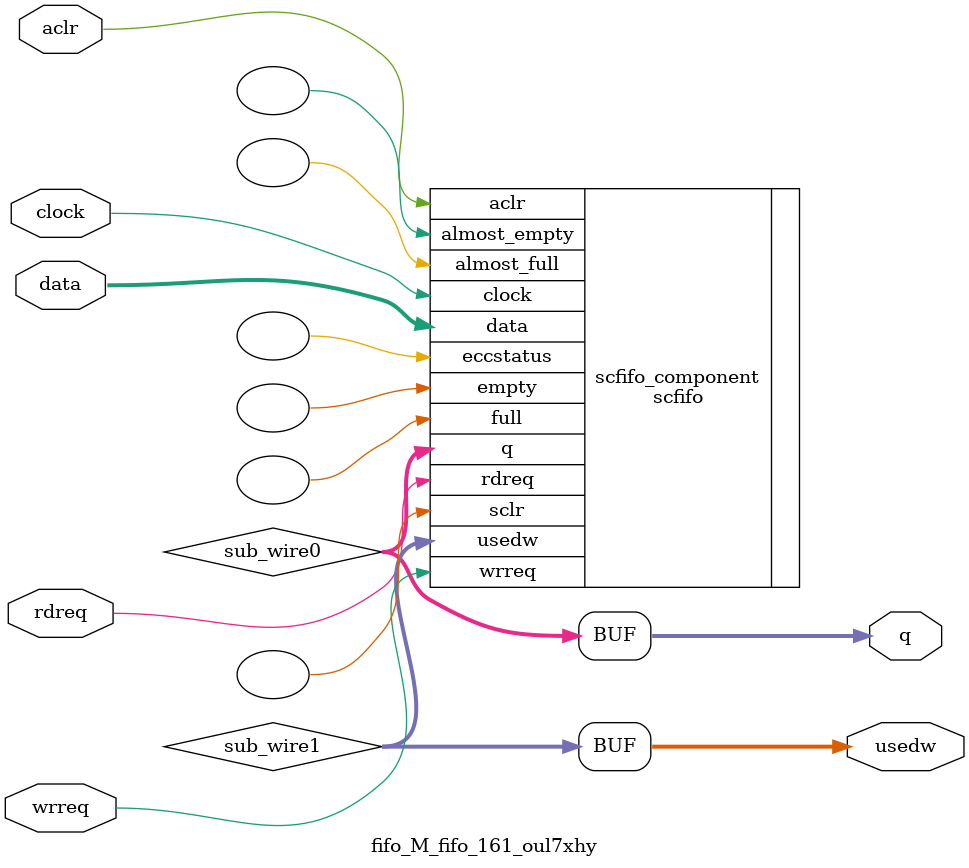
<source format=v>



`timescale 1 ps / 1 ps
// synopsys translate_on
module  fifo_M_fifo_161_oul7xhy  (
    aclr,
    clock,
    data,
    rdreq,
    wrreq,
    q,
    usedw);

    input    aclr;
    input    clock;
    input  [31:0]  data;
    input    rdreq;
    input    wrreq;
    output [31:0]  q;
    output [8:0]  usedw;

    wire [31:0] sub_wire0;
    wire [8:0] sub_wire1;
    wire [31:0] q = sub_wire0[31:0];
    wire [8:0] usedw = sub_wire1[8:0];

    scfifo  scfifo_component (
                .aclr (aclr),
                .clock (clock),
                .data (data),
                .rdreq (rdreq),
                .wrreq (wrreq),
                .q (sub_wire0),
                .usedw (sub_wire1),
                .almost_empty (),
                .almost_full (),
                .eccstatus (),
                .empty (),
                .full (),
                .sclr ());
    defparam
        scfifo_component.add_ram_output_register  = "OFF",
        scfifo_component.enable_ecc  = "FALSE",
        scfifo_component.intended_device_family  = "Arria 10",
        scfifo_component.lpm_numwords  = 512,
        scfifo_component.lpm_showahead  = "OFF",
        scfifo_component.lpm_type  = "scfifo",
        scfifo_component.lpm_width  = 32,
        scfifo_component.lpm_widthu  = 9,
        scfifo_component.overflow_checking  = "ON",
        scfifo_component.underflow_checking  = "ON",
        scfifo_component.use_eab  = "ON";


endmodule



</source>
